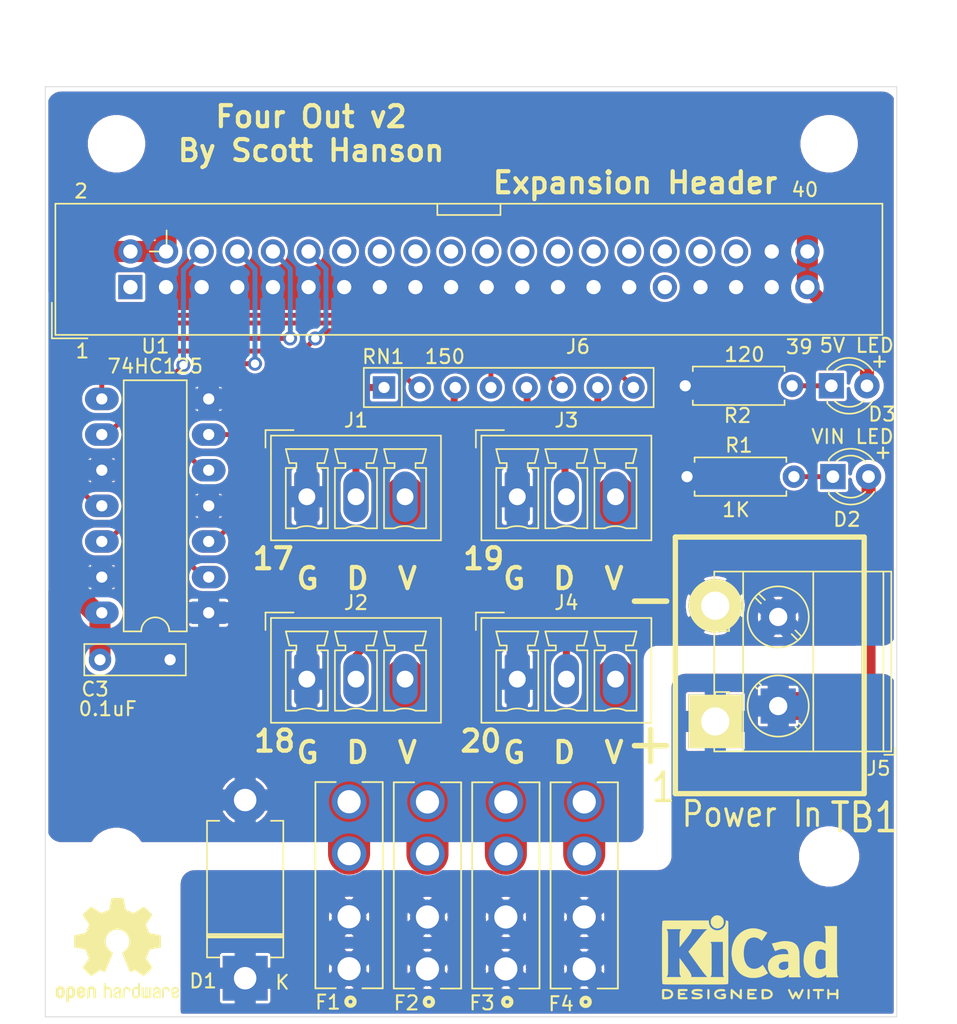
<source format=kicad_pcb>
(kicad_pcb (version 20171130) (host pcbnew "(5.1.5)-3")
  (title_block (title "Four Out") (date 2019-12-18) (rev v2) (company "Scott Hanson"))
  (layers (0 F.Cu signal) (31 B.Cu signal) (34 B.Paste user) (35 F.Paste user) (36 B.SilkS user) (37 F.SilkS user) (38 B.Mask user) (39 F.Mask user) (44 Edge.Cuts user))
  (net 0 "")
  (net 1 GND)
  (net 2 +5V)
  (net 3 "Net-(RN1-Pad4)")
  (net 4 "Net-(RN1-Pad2)")
  (net 5 "Net-(RN1-Pad8)")
  (net 6 "Net-(RN1-Pad6)")
  (net 7 VIN1)
  (net 8 OUT20)
  (net 9 OUT19)
  (net 10 OUT18)
  (net 11 OUT17)
  (net 12 "Net-(D3-Pad1)")
  (net 13 "Net-(J6-Pad36)")
  (net 14 "Net-(J6-Pad34)")
  (net 15 "Net-(J6-Pad32)")
  (net 16 "Net-(J6-Pad31)")
  (net 17 "Net-(J6-Pad30)")
  (net 18 "Net-(J6-Pad28)")
  (net 19 "Net-(J6-Pad26)")
  (net 20 "Net-(J6-Pad24)")
  (net 21 "Net-(J6-Pad22)")
  (net 22 "Net-(J6-Pad20)")
  (net 23 "Net-(J6-Pad18)")
  (net 24 "Net-(J6-Pad16)")
  (net 25 "Net-(J6-Pad14)")
  (net 26 "Net-(J6-Pad1)")
  (net 27 "Net-(D2-Pad1)")
  (net 28 "/Output 1-4/VOUT1")
  (net 29 "/Output 1-4/VOUT2")
  (net 30 "/Output 1-4/VOUT3")
  (net 31 "/Output 1-4/VOUT4")
  (net 32 "/Output 1-4/DOUT1")
  (net 33 "/Output 1-4/DOUT2")
  (net 34 "/Output 1-4/DOUT3")
  (net 35 "/Output 1-4/DOUT4")
  (module Capacitor_THT:C_Rect_L7.0mm_W2.0mm_P5.00mm (layer F.Cu) (at 71.551 128.2178)
    (fp_text reference C3 (at -0.35 2.1) (layer F.SilkS))
    (fp_text value 0.1uF (at 0.55 3.5) (layer F.SilkS))
    (pad 2 thru_hole circle (at 5 0) (size 1.6 1.6) (drill 0.8) (layers *.Cu *.Mask) (net 1 GND))
    (pad 1 thru_hole circle (at 0 0) (size 1.6 1.6) (drill 0.8) (layers *.Cu *.Mask) (net 2 +5V))
  )
  (module TerminalBlock_MetzConnect:TerminalBlock_MetzConnect_Type701_RT11L02HGLU_1x02_P6.35mm_Horizontal (layer F.Cu) (at 119.901 131.5178 90)
    (fp_text reference J5 (at -4.45 7.15 180) (layer F.SilkS))
    (fp_text value "Power In")
    (pad 2 thru_hole circle (at 6.35 0 90) (size 2.5 2.5) (drill 1.3) (layers *.Cu *.Mask) (net 1 GND))
    (pad 1 thru_hole rect (at 0 0 90) (size 2.5 2.5) (drill 1.3) (layers *.Cu *.Mask) (net 7 VIN1))
  )
  (module Symbol:KiCad-Logo2_5mm_SilkScreen (layer F.Cu) (at 117.901 149.4178)
    (fp_text reference REF** hide)
    (fp_text value KiCad-Logo2_5mm_SilkScreen hide)
  )
  (module Barrier_Blocks:BARRIER_BLOCK_1ROW_2POS (layer F.Cu) (at 119.301 128.6178 90)
    (fp_text reference TB1 (at -10.85 6.75 180) (layer F.SilkS) (effects (font (size 2.032 1.778) (thickness 0.254))))
    (fp_text value "Power In")
    (fp_text user %V (at -10.6 -1.25 180) (layer F.SilkS) (effects (font (size 1.778 1.524) (thickness 0.2159))))
    (fp_text user 1 (at -8.7 -7.6 180) (layer F.SilkS) (effects (font (size 2.032 1.778) (thickness 0.254))))
    (pad 1 thru_hole rect (at -3.99796 -3.8862 90) (size 3.81 3.81) (drill 2.0066) (layers *.Cu *.Mask F.SilkS) (net 7 VIN1))
    (pad 2 thru_hole circle (at 4.25196 -3.8862 90) (size 3.81 3.81) (drill 2.0066) (layers *.Cu *.Mask F.SilkS) (net 1 GND))
  )
  (module Package_DIP:DIP-14_W7.62mm_LongPads (layer F.Cu) (at 79.301 124.8678 180)
    (fp_text reference U1 (at 3.8 19 180) (layer F.SilkS))
    (fp_text value 74HC125 (at 3.81 17.57) (layer F.SilkS))
    (pad 14 thru_hole oval (at 7.62 0 180) (size 2.4 1.6) (drill 0.8) (layers *.Cu *.Mask) (net 2 +5V))
    (pad 7 thru_hole oval (at 0 15.24 180) (size 2.4 1.6) (drill 0.8) (layers *.Cu *.Mask) (net 1 GND))
    (pad 13 thru_hole oval (at 7.62 2.54 180) (size 2.4 1.6) (drill 0.8) (layers *.Cu *.Mask) (net 1 GND))
    (pad 6 thru_hole oval (at 0 12.7 180) (size 2.4 1.6) (drill 0.8) (layers *.Cu *.Mask) (net 3 "Net-(RN1-Pad4)"))
    (pad 12 thru_hole oval (at 7.62 5.08 180) (size 2.4 1.6) (drill 0.8) (layers *.Cu *.Mask) (net 8 OUT20))
    (pad 5 thru_hole oval (at 0 10.16 180) (size 2.4 1.6) (drill 0.8) (layers *.Cu *.Mask) (net 10 OUT18))
    (pad 11 thru_hole oval (at 7.62 7.62 180) (size 2.4 1.6) (drill 0.8) (layers *.Cu *.Mask) (net 5 "Net-(RN1-Pad8)"))
    (pad 4 thru_hole oval (at 0 7.62 180) (size 2.4 1.6) (drill 0.8) (layers *.Cu *.Mask) (net 1 GND))
    (pad 10 thru_hole oval (at 7.62 10.16 180) (size 2.4 1.6) (drill 0.8) (layers *.Cu *.Mask) (net 1 GND))
    (pad 3 thru_hole oval (at 0 5.08 180) (size 2.4 1.6) (drill 0.8) (layers *.Cu *.Mask) (net 4 "Net-(RN1-Pad2)"))
    (pad 9 thru_hole oval (at 7.62 12.7 180) (size 2.4 1.6) (drill 0.8) (layers *.Cu *.Mask) (net 9 OUT19))
    (pad 2 thru_hole oval (at 0 2.54 180) (size 2.4 1.6) (drill 0.8) (layers *.Cu *.Mask) (net 11 OUT17))
    (pad 8 thru_hole oval (at 7.62 15.24 180) (size 2.4 1.6) (drill 0.8) (layers *.Cu *.Mask) (net 6 "Net-(RN1-Pad6)"))
    (pad 1 thru_hole rect (at 0 0 180) (size 2.4 1.6) (drill 0.8) (layers *.Cu *.Mask) (net 1 GND))
  )
  (module MountingHole:MountingHole_3.7mm (layer F.Cu) (at 123.531 91.4398)
    (fp_text reference REF**)
    (fp_text value MountingHole_3.7mm)
    (pad 1 np_thru_hole circle (at 0 0) (size 3.7 3.7) (drill 3.7) (layers *.Cu *.Mask))
  )
  (module MountingHole:MountingHole_3.7mm (layer F.Cu) (at 72.731 91.4398)
    (fp_text reference REF**)
    (fp_text value MountingHole_3.7mm)
    (pad 1 np_thru_hole circle (at 0 0) (size 3.7 3.7) (drill 3.7) (layers *.Cu *.Mask))
  )
  (module MountingHole:MountingHole_3.7mm (layer F.Cu) (at 123.531 142.2398)
    (fp_text reference REF**)
    (fp_text value MountingHole_3.7mm)
    (pad 1 np_thru_hole circle (at 0 0) (size 3.7 3.7) (drill 3.7) (layers *.Cu *.Mask))
  )
  (module MountingHole:MountingHole_3.7mm (layer F.Cu) (at 72.731 142.2398)
    (fp_text reference REF**)
    (fp_text value MountingHole_3.7mm)
    (pad 1 np_thru_hole circle (at 0 0) (size 3.7 3.7) (drill 3.7) (layers *.Cu *.Mask))
  )
  (module Resistor_THT:R_Axial_DIN0207_L6.3mm_D2.5mm_P7.62mm_Horizontal (layer F.Cu) (at 113.275 108.6918)
    (fp_text reference R2 (at 3.726 2.126) (layer F.SilkS))
    (fp_text value 120 (at 4.226 -2.224) (layer F.SilkS))
    (pad 2 thru_hole oval (at 7.62 0) (size 1.6 1.6) (drill 0.8) (layers *.Cu *.Mask) (net 12 "Net-(D3-Pad1)"))
    (pad 1 thru_hole circle (at 0 0) (size 1.6 1.6) (drill 0.8) (layers *.Cu *.Mask) (net 1 GND))
  )
  (module LED_THT:LED_D3.0mm_Clear (layer F.Cu) (at 123.801 115.1678)
    (fp_text reference D2 (at 1 3.05) (layer F.SilkS))
    (fp_text value "VIN LED" (at 1.4 -2.85) (layer F.SilkS))
    (pad 2 thru_hole circle (at 2.54 0) (size 1.8 1.8) (drill 0.9) (layers *.Cu *.Mask) (net 7 VIN1))
    (pad 1 thru_hole rect (at 0 0) (size 1.8 1.8) (drill 0.9) (layers *.Cu *.Mask) (net 27 "Net-(D2-Pad1)"))
  )
  (module LED_THT:LED_D3.0mm_Clear (layer F.Cu) (at 123.689 108.6918)
    (fp_text reference D3 (at 3.612 2.026) (layer F.SilkS))
    (fp_text value "5V LED" (at 1.812 -2.874 180) (layer F.SilkS))
    (pad 2 thru_hole circle (at 2.54 0) (size 1.8 1.8) (drill 0.9) (layers *.Cu *.Mask) (net 2 +5V))
    (pad 1 thru_hole rect (at 0 0) (size 1.8 1.8) (drill 0.9) (layers *.Cu *.Mask) (net 12 "Net-(D3-Pad1)"))
  )
  (module Resistor_THT:R_Axial_DIN0207_L6.3mm_D2.5mm_P7.62mm_Horizontal (layer F.Cu) (at 113.401 115.1678)
    (fp_text reference R1 (at 3.694 -2.234) (layer F.SilkS))
    (fp_text value 1K (at 3.494 2.366) (layer F.SilkS))
    (pad 2 thru_hole oval (at 7.62 0) (size 1.6 1.6) (drill 0.8) (layers *.Cu *.Mask) (net 27 "Net-(D2-Pad1)"))
    (pad 1 thru_hole circle (at 0 0) (size 1.6 1.6) (drill 0.8) (layers *.Cu *.Mask) (net 1 GND))
  )
  (module Symbol:OSHW-Logo2_9.8x8mm_SilkScreen (layer F.Cu) (at 72.801 148.9178)
    (fp_text reference REF** hide)
    (fp_text value OSHW-Logo2_9.8x8mm_SilkScreen hide)
  )
  (module Connector_IDC:IDC-Header_2x20_P2.54mm_Vertical (layer F.Cu) (at 73.721 101.6578 90)
    (fp_text reference J6 (at -4.242 31.906 180) (layer F.SilkS))
    (fp_text value "Expansion Header" (at 7.44 35.98 180) (layer F.SilkS) (effects (font (size 1.5 1.5) (thickness 0.3))))
    (pad 40 thru_hole oval (at 2.54 48.26 90) (size 1.7272 1.7272) (drill 1.016) (layers *.Cu *.Mask) (net 2 +5V))
    (pad 39 thru_hole oval (at 0 48.26 90) (size 1.7272 1.7272) (drill 1.016) (layers *.Cu *.Mask) (net 2 +5V))
    (pad 38 thru_hole oval (at 2.54 45.72 90) (size 1.7272 1.7272) (drill 1.016) (layers *.Cu *.Mask) (net 1 GND))
    (pad 37 thru_hole oval (at 0 45.72 90) (size 1.7272 1.7272) (drill 1.016) (layers *.Cu *.Mask) (net 1 GND))
    (pad 36 thru_hole oval (at 2.54 43.18 90) (size 1.7272 1.7272) (drill 1.016) (layers *.Cu *.Mask) (net 13 "Net-(J6-Pad36)"))
    (pad 35 thru_hole oval (at 0 43.18 90) (size 1.7272 1.7272) (drill 1.016) (layers *.Cu *.Mask) (net 1 GND))
    (pad 34 thru_hole oval (at 2.54 40.64 90) (size 1.7272 1.7272) (drill 1.016) (layers *.Cu *.Mask) (net 14 "Net-(J6-Pad34)"))
    (pad 33 thru_hole oval (at 0 40.64 90) (size 1.7272 1.7272) (drill 1.016) (layers *.Cu *.Mask) (net 1 GND))
    (pad 32 thru_hole oval (at 2.54 38.1 90) (size 1.7272 1.7272) (drill 1.016) (layers *.Cu *.Mask) (net 15 "Net-(J6-Pad32)"))
    (pad 31 thru_hole oval (at 0 38.1 90) (size 1.7272 1.7272) (drill 1.016) (layers *.Cu *.Mask) (net 16 "Net-(J6-Pad31)"))
    (pad 30 thru_hole oval (at 2.54 35.56 90) (size 1.7272 1.7272) (drill 1.016) (layers *.Cu *.Mask) (net 17 "Net-(J6-Pad30)"))
    (pad 29 thru_hole oval (at 0 35.56 90) (size 1.7272 1.7272) (drill 1.016) (layers *.Cu *.Mask) (net 1 GND))
    (pad 28 thru_hole oval (at 2.54 33.02 90) (size 1.7272 1.7272) (drill 1.016) (layers *.Cu *.Mask) (net 18 "Net-(J6-Pad28)"))
    (pad 27 thru_hole oval (at 0 33.02 90) (size 1.7272 1.7272) (drill 1.016) (layers *.Cu *.Mask) (net 1 GND))
    (pad 26 thru_hole oval (at 2.54 30.48 90) (size 1.7272 1.7272) (drill 1.016) (layers *.Cu *.Mask) (net 19 "Net-(J6-Pad26)"))
    (pad 25 thru_hole oval (at 0 30.48 90) (size 1.7272 1.7272) (drill 1.016) (layers *.Cu *.Mask) (net 1 GND))
    (pad 24 thru_hole oval (at 2.54 27.94 90) (size 1.7272 1.7272) (drill 1.016) (layers *.Cu *.Mask) (net 20 "Net-(J6-Pad24)"))
    (pad 23 thru_hole oval (at 0 27.94 90) (size 1.7272 1.7272) (drill 1.016) (layers *.Cu *.Mask) (net 1 GND))
    (pad 22 thru_hole oval (at 2.54 25.4 90) (size 1.7272 1.7272) (drill 1.016) (layers *.Cu *.Mask) (net 21 "Net-(J6-Pad22)"))
    (pad 21 thru_hole oval (at 0 25.4 90) (size 1.7272 1.7272) (drill 1.016) (layers *.Cu *.Mask) (net 1 GND))
    (pad 20 thru_hole oval (at 2.54 22.86 90) (size 1.7272 1.7272) (drill 1.016) (layers *.Cu *.Mask) (net 22 "Net-(J6-Pad20)"))
    (pad 19 thru_hole oval (at 0 22.86 90) (size 1.7272 1.7272) (drill 1.016) (layers *.Cu *.Mask) (net 1 GND))
    (pad 18 thru_hole oval (at 2.54 20.32 90) (size 1.7272 1.7272) (drill 1.016) (layers *.Cu *.Mask) (net 23 "Net-(J6-Pad18)"))
    (pad 17 thru_hole oval (at 0 20.32 90) (size 1.7272 1.7272) (drill 1.016) (layers *.Cu *.Mask) (net 1 GND))
    (pad 16 thru_hole oval (at 2.54 17.78 90) (size 1.7272 1.7272) (drill 1.016) (layers *.Cu *.Mask) (net 24 "Net-(J6-Pad16)"))
    (pad 15 thru_hole oval (at 0 17.78 90) (size 1.7272 1.7272) (drill 1.016) (layers *.Cu *.Mask) (net 1 GND))
    (pad 14 thru_hole oval (at 2.54 15.24 90) (size 1.7272 1.7272) (drill 1.016) (layers *.Cu *.Mask) (net 25 "Net-(J6-Pad14)"))
    (pad 13 thru_hole oval (at 0 15.24 90) (size 1.7272 1.7272) (drill 1.016) (layers *.Cu *.Mask) (net 1 GND))
    (pad 12 thru_hole oval (at 2.54 12.7 90) (size 1.7272 1.7272) (drill 1.016) (layers *.Cu *.Mask) (net 8 OUT20))
    (pad 11 thru_hole oval (at 0 12.7 90) (size 1.7272 1.7272) (drill 1.016) (layers *.Cu *.Mask) (net 1 GND))
    (pad 10 thru_hole oval (at 2.54 10.16 90) (size 1.7272 1.7272) (drill 1.016) (layers *.Cu *.Mask) (net 9 OUT19))
    (pad 9 thru_hole oval (at 0 10.16 90) (size 1.7272 1.7272) (drill 1.016) (layers *.Cu *.Mask) (net 1 GND))
    (pad 8 thru_hole oval (at 2.54 7.62 90) (size 1.7272 1.7272) (drill 1.016) (layers *.Cu *.Mask) (net 10 OUT18))
    (pad 7 thru_hole oval (at 0 7.62 90) (size 1.7272 1.7272) (drill 1.016) (layers *.Cu *.Mask) (net 1 GND))
    (pad 6 thru_hole oval (at 2.54 5.08 90) (size 1.7272 1.7272) (drill 1.016) (layers *.Cu *.Mask) (net 11 OUT17))
    (pad 5 thru_hole oval (at 0 5.08 90) (size 1.7272 1.7272) (drill 1.016) (layers *.Cu *.Mask) (net 1 GND))
    (pad 4 thru_hole oval (at 2.54 2.54 90) (size 1.7272 1.7272) (drill 1.016) (layers *.Cu *.Mask) (net 2 +5V))
    (pad 3 thru_hole oval (at 0 2.54 90) (size 1.7272 1.7272) (drill 1.016) (layers *.Cu *.Mask) (net 1 GND))
    (pad 2 thru_hole oval (at 2.54 0 90) (size 1.7272 1.7272) (drill 1.016) (layers *.Cu *.Mask) (net 2 +5V))
    (pad 1 thru_hole rect (at 0 0 90) (size 1.7272 1.7272) (drill 1.016) (layers *.Cu *.Mask) (net 26 "Net-(J6-Pad1)"))
  )
  (module Connector_Phoenix_MC:PhoenixContact_MCV_1,5_3-G-3.5_1x03_P3.50mm_Vertical (layer F.Cu) (at 101.3 116.6)
    (fp_text reference J3 (at 3.5 -5.45) (layer F.SilkS))
    (fp_text value String3)
    (pad 3 thru_hole oval (at 7 0) (size 1.8 3.6) (drill 1.2) (layers *.Cu *.Mask) (net 30 "/Output 1-4/VOUT3"))
    (pad 2 thru_hole oval (at 3.5 0) (size 1.8 3.6) (drill 1.2) (layers *.Cu *.Mask) (net 34 "/Output 1-4/DOUT3"))
    (pad 1 thru_hole roundrect (at 0 0) (size 1.8 3.6) (drill 1.2) (layers *.Cu *.Mask) (roundrect_rratio 0.138889) (net 1 GND))
  )
  (module Keystone_Fuse:FUSE_3544-2 (layer F.Cu) (at 100.485 144.3036 90)
    (fp_text reference F3 (at -8.3804 -1.7 180) (layer F.SilkS))
    (fp_text value 3544-2)
    (pad 2_2 thru_hole circle (at 5.95 0 90) (size 2.475 2.475) (drill 1.65) (layers *.Cu *.Mask) (net 30 "/Output 1-4/VOUT3"))
    (pad 1_1 thru_hole circle (at -5.95 0 90) (size 2.475 2.475) (drill 1.65) (layers *.Cu *.Mask) (net 7 VIN1))
    (pad 2_1 thru_hole circle (at 2.25 0 90) (size 2.475 2.475) (drill 1.65) (layers *.Cu *.Mask) (net 30 "/Output 1-4/VOUT3"))
    (pad 1_2 thru_hole circle (at -2.25 0 90) (size 2.475 2.475) (drill 1.65) (layers *.Cu *.Mask) (net 7 VIN1))
  )
  (module Diode_THT:D_DO-201AD_P12.70mm_Horizontal (layer F.Cu) (at 81.901 150.9178 90)
    (fp_text reference D1 (at -0.2 -3 180) (layer F.SilkS))
    (fp_text value SB5100-T)
    (fp_text user K (at -0.3 2.6504 180) (layer F.SilkS))
    (pad 2 thru_hole oval (at 12.7 0 90) (size 3.2 3.2) (drill 1.6) (layers *.Cu *.Mask) (net 1 GND))
    (pad 1 thru_hole rect (at 0 0 90) (size 3.2 3.2) (drill 1.6) (layers *.Cu *.Mask) (net 7 VIN1))
  )
  (module Resistor_THT:R_Array_SIP8 (layer F.Cu) (at 91.801 108.8136)
    (fp_text reference RN1 (at -0.0605 -2.1958 180) (layer F.SilkS))
    (fp_text value 150 (at 4.3395 -2.1958) (layer F.SilkS))
    (pad 8 thru_hole oval (at 17.78 0) (size 1.6 1.6) (drill 0.8) (layers *.Cu *.Mask) (net 5 "Net-(RN1-Pad8)"))
    (pad 7 thru_hole oval (at 15.24 0) (size 1.6 1.6) (drill 0.8) (layers *.Cu *.Mask) (net 35 "/Output 1-4/DOUT4"))
    (pad 6 thru_hole oval (at 12.7 0) (size 1.6 1.6) (drill 0.8) (layers *.Cu *.Mask) (net 6 "Net-(RN1-Pad6)"))
    (pad 5 thru_hole oval (at 10.16 0) (size 1.6 1.6) (drill 0.8) (layers *.Cu *.Mask) (net 34 "/Output 1-4/DOUT3"))
    (pad 4 thru_hole oval (at 7.62 0) (size 1.6 1.6) (drill 0.8) (layers *.Cu *.Mask) (net 3 "Net-(RN1-Pad4)"))
    (pad 3 thru_hole oval (at 5.08 0) (size 1.6 1.6) (drill 0.8) (layers *.Cu *.Mask) (net 33 "/Output 1-4/DOUT2"))
    (pad 2 thru_hole oval (at 2.54 0) (size 1.6 1.6) (drill 0.8) (layers *.Cu *.Mask) (net 4 "Net-(RN1-Pad2)"))
    (pad 1 thru_hole rect (at 0 0) (size 1.6 1.6) (drill 0.8) (layers *.Cu *.Mask) (net 32 "/Output 1-4/DOUT1"))
  )
  (module Connector_Phoenix_MC:PhoenixContact_MCV_1,5_3-G-3.5_1x03_P3.50mm_Vertical (layer F.Cu) (at 101.3 129.6)
    (fp_text reference J4 (at 3.5 -5.45) (layer F.SilkS))
    (fp_text value String4)
    (pad 3 thru_hole oval (at 7 0) (size 1.8 3.6) (drill 1.2) (layers *.Cu *.Mask) (net 31 "/Output 1-4/VOUT4"))
    (pad 2 thru_hole oval (at 3.5 0) (size 1.8 3.6) (drill 1.2) (layers *.Cu *.Mask) (net 35 "/Output 1-4/DOUT4"))
    (pad 1 thru_hole roundrect (at 0 0) (size 1.8 3.6) (drill 1.2) (layers *.Cu *.Mask) (roundrect_rratio 0.138889) (net 1 GND))
  )
  (module Connector_Phoenix_MC:PhoenixContact_MCV_1,5_3-G-3.5_1x03_P3.50mm_Vertical (layer F.Cu) (at 86.3 129.6)
    (fp_text reference J2 (at 3.5 -5.45) (layer F.SilkS))
    (fp_text value String2)
    (pad 3 thru_hole oval (at 7 0) (size 1.8 3.6) (drill 1.2) (layers *.Cu *.Mask) (net 29 "/Output 1-4/VOUT2"))
    (pad 2 thru_hole oval (at 3.5 0) (size 1.8 3.6) (drill 1.2) (layers *.Cu *.Mask) (net 33 "/Output 1-4/DOUT2"))
    (pad 1 thru_hole roundrect (at 0 0) (size 1.8 3.6) (drill 1.2) (layers *.Cu *.Mask) (roundrect_rratio 0.138889) (net 1 GND))
  )
  (module Connector_Phoenix_MC:PhoenixContact_MCV_1,5_3-G-3.5_1x03_P3.50mm_Vertical (layer F.Cu) (at 86.3 116.6)
    (fp_text reference J1 (at 3.5 -5.45) (layer F.SilkS))
    (fp_text value String1)
    (pad 3 thru_hole oval (at 7 0) (size 1.8 3.6) (drill 1.2) (layers *.Cu *.Mask) (net 28 "/Output 1-4/VOUT1"))
    (pad 2 thru_hole oval (at 3.5 0) (size 1.8 3.6) (drill 1.2) (layers *.Cu *.Mask) (net 32 "/Output 1-4/DOUT1"))
    (pad 1 thru_hole roundrect (at 0 0) (size 1.8 3.6) (drill 1.2) (layers *.Cu *.Mask) (roundrect_rratio 0.138889) (net 1 GND))
  )
  (module Keystone_Fuse:FUSE_3544-2 (layer F.Cu) (at 106.073 144.3036 90)
    (fp_text reference F4 (at -8.4431 -1.65 180) (layer F.SilkS))
    (fp_text value 3544-2)
    (pad 2_2 thru_hole circle (at 5.95 0 90) (size 2.475 2.475) (drill 1.65) (layers *.Cu *.Mask) (net 31 "/Output 1-4/VOUT4"))
    (pad 1_1 thru_hole circle (at -5.95 0 90) (size 2.475 2.475) (drill 1.65) (layers *.Cu *.Mask) (net 7 VIN1))
    (pad 2_1 thru_hole circle (at 2.25 0 90) (size 2.475 2.475) (drill 1.65) (layers *.Cu *.Mask) (net 31 "/Output 1-4/VOUT4"))
    (pad 1_2 thru_hole circle (at -2.25 0 90) (size 2.475 2.475) (drill 1.65) (layers *.Cu *.Mask) (net 7 VIN1))
  )
  (module Keystone_Fuse:FUSE_3544-2 (layer F.Cu) (at 94.897 144.3036 90)
    (fp_text reference F2 (at -8.3812 -1.5 180) (layer F.SilkS))
    (fp_text value 3544-2)
    (pad 2_2 thru_hole circle (at 5.95 0 90) (size 2.475 2.475) (drill 1.65) (layers *.Cu *.Mask) (net 29 "/Output 1-4/VOUT2"))
    (pad 1_1 thru_hole circle (at -5.95 0 90) (size 2.475 2.475) (drill 1.65) (layers *.Cu *.Mask) (net 7 VIN1))
    (pad 2_1 thru_hole circle (at 2.25 0 90) (size 2.475 2.475) (drill 1.65) (layers *.Cu *.Mask) (net 29 "/Output 1-4/VOUT2"))
    (pad 1_2 thru_hole circle (at -2.25 0 90) (size 2.475 2.475) (drill 1.65) (layers *.Cu *.Mask) (net 7 VIN1))
  )
  (module Keystone_Fuse:FUSE_3544-2 (layer F.Cu) (at 89.309 144.2886 90)
    (fp_text reference F1 (at -8.3431 -1.5101 180) (layer F.SilkS))
    (fp_text value 3544-2)
    (pad 2_2 thru_hole circle (at 5.95 0 90) (size 2.475 2.475) (drill 1.65) (layers *.Cu *.Mask) (net 28 "/Output 1-4/VOUT1"))
    (pad 1_1 thru_hole circle (at -5.95 0 90) (size 2.475 2.475) (drill 1.65) (layers *.Cu *.Mask) (net 7 VIN1))
    (pad 2_1 thru_hole circle (at 2.25 0 90) (size 2.475 2.475) (drill 1.65) (layers *.Cu *.Mask) (net 28 "/Output 1-4/VOUT1"))
    (pad 1_2 thru_hole circle (at -2.25 0 90) (size 2.475 2.475) (drill 1.65) (layers *.Cu *.Mask) (net 7 VIN1))
  )
  (gr_line (start 76.301 99.1178) (end 75.101 99.1178) (layer F.SilkS) (width 0.12))
  (gr_line (start 76.301 99.1178) (end 76.301 97.6178) (layer F.SilkS) (width 0.12))
  (gr_text 40 (at 121.801 94.7178) (layer F.SilkS) (effects (font (size 1 1))))
  (gr_line (start 100.101 96.5178) (end 100.101 95.7178) (layer F.SilkS) (width 0.12))
  (gr_line (start 95.601 96.5178) (end 100.101 96.5178) (layer F.SilkS) (width 0.12))
  (gr_line (start 95.601 95.7178) (end 95.601 96.5178) (layer F.SilkS) (width 0.12))
  (gr_text 39 (at 121.401 105.9178) (layer F.SilkS) (effects (font (size 1 1))))
  (gr_text 2 (at 70.201 94.8178) (layer F.SilkS) (effects (font (size 1 1))))
  (gr_text 1 (at 70.301 106.2178) (layer F.SilkS) (effects (font (size 1 1))))
  (gr_text + (at 127.051 106.9678 90) (layer F.SilkS) (effects (font (size 1 1))))
  (gr_text + (at 127.301 113.4678 90) (layer F.SilkS) (effects (font (size 1 1))))
  (gr_line (start 67.651 87.3758) (end 128.357 87.3758) (layer Edge.Cuts) (width 0.05))
  (gr_text 20 (at 98.701 134.0178) (layer F.SilkS) (effects (font (size 1.5 1.5) (thickness 0.3))))
  (gr_text 19 (at 98.901 121.0178) (layer F.SilkS) (effects (font (size 1.5 1.5) (thickness 0.3))))
  (gr_text 18 (at 84.001 134.0178) (layer F.SilkS) (effects (font (size 1.5 1.5) (thickness 0.3))))
  (gr_text 17 (at 83.901 121.0178) (layer F.SilkS) (effects (font (size 1.5 1.5) (thickness 0.3))))
  (gr_text "Four Out v2\nBy Scott Hanson" (at 86.601 90.7178) (layer F.SilkS) (effects (font (size 1.5 1.5) (thickness 0.3))))
  (gr_line (start 128.357 153.6698) (end 128.357 87.3758) (layer Edge.Cuts) (width 0.05))
  (gr_text D (at 89.91 134.828) (layer F.SilkS) (effects (font (size 1.5 1.5) (thickness 0.3))))
  (gr_text G (at 86.354 134.828) (layer F.SilkS) (effects (font (size 1.5 1.5) (thickness 0.3))))
  (gr_text V (at 108.198 134.828) (layer F.SilkS) (effects (font (size 1.5 1.5) (thickness 0.3))))
  (gr_text V (at 93.466 134.828) (layer F.SilkS) (effects (font (size 1.5 1.5) (thickness 0.3))))
  (gr_text D (at 104.642 134.828) (layer F.SilkS) (effects (font (size 1.5 1.5) (thickness 0.3))))
  (gr_text G (at 101.086 134.828) (layer F.SilkS) (effects (font (size 1.5 1.5) (thickness 0.3))))
  (gr_line (start 128.357 153.6698) (end 67.651 153.6698) (layer Edge.Cuts) (width 0.05))
  (gr_text + (at 110.801 134.1178) (layer F.SilkS) (effects (font (size 3 3) (thickness 0.4))))
  (gr_text - (at 110.801 123.8178) (layer F.SilkS) (effects (font (size 3 3) (thickness 0.4))))
  (gr_text V (at 93.466 122.428) (layer F.SilkS) (effects (font (size 1.5 1.5) (thickness 0.3))))
  (gr_text G (at 86.354 122.428) (layer F.SilkS) (effects (font (size 1.5 1.5) (thickness 0.3))))
  (gr_text D (at 89.91 122.428) (layer F.SilkS) (effects (font (size 1.5 1.5) (thickness 0.3))))
  (gr_text V (at 108.198 122.428) (layer F.SilkS) (effects (font (size 1.5 1.5) (thickness 0.3))))
  (gr_text G (at 101.086 122.428) (layer F.SilkS) (effects (font (size 1.5 1.5) (thickness 0.3))))
  (gr_text D (at 104.642 122.428) (layer F.SilkS) (effects (font (size 1.5 1.5) (thickness 0.3))))
  (gr_line (start 67.651 87.3758) (end 67.651 153.6698) (layer Edge.Cuts) (width 0.05))
  (segment (start 126.229 105.9058) (end 126.229 108.6918) (width 1) (layer F.Cu) (net 2))
  (segment (start 121.981 101.6578) (end 126.229 105.9058) (width 1) (layer F.Cu) (net 2))
  (segment (start 121.981 101.6578) (end 121.981 99.1178) (width 1.5) (layer F.Cu) (net 2))
  (segment (start 121.981 97.896486) (end 119.052314 94.9678) (width 1.5) (layer F.Cu) (net 2))
  (segment (start 121.981 99.1178) (end 121.981 97.896486) (width 1.5) (layer F.Cu) (net 2))
  (segment (start 76.261 97.896486) (end 76.261 99.1178) (width 1.5) (layer F.Cu) (net 2))
  (segment (start 79.189686 94.9678) (end 76.261 97.896486) (width 1.5) (layer F.Cu) (net 2))
  (segment (start 119.052314 94.9678) (end 79.189686 94.9678) (width 1.5) (layer F.Cu) (net 2))
  (segment (start 73.721 99.1178) (end 76.261 99.1178) (width 1.5) (layer F.Cu) (net 2))
  (segment (start 71.551 124.9978) (end 71.681 124.8678) (width 1.5) (layer F.Cu) (net 2))
  (segment (start 71.551 128.2178) (end 71.551 124.9978) (width 1.5) (layer F.Cu) (net 2))
  (segment (start 71.204691 124.8678) (end 71.681 124.8678) (width 1.5) (layer F.Cu) (net 2))
  (segment (start 68.72601 122.389119) (end 71.204691 124.8678) (width 1.5) (layer F.Cu) (net 2))
  (segment (start 68.72601 102.891476) (end 68.72601 122.389119) (width 1.5) (layer F.Cu) (net 2))
  (segment (start 73.721 99.1178) (end 72.499686 99.1178) (width 1.5) (layer F.Cu) (net 2))
  (segment (start 72.499686 99.1178) (end 68.72601 102.891476) (width 1.5) (layer F.Cu) (net 2))
  (segment (start 80.851 112.1678) (end 79.301 112.1678) (width 0.35) (layer F.Cu) (net 3))
  (segment (start 82.951 112.1678) (end 80.851 112.1678) (width 0.35) (layer F.Cu) (net 3))
  (segment (start 89.401 105.7178) (end 82.951 112.1678) (width 0.35) (layer F.Cu) (net 3))
  (segment (start 97.901 105.7178) (end 89.401 105.7178) (width 0.35) (layer F.Cu) (net 3))
  (segment (start 99.421 108.8136) (end 99.421 107.2378) (width 0.35) (layer F.Cu) (net 3))
  (segment (start 99.421 107.2378) (end 97.901 105.7178) (width 0.35) (layer F.Cu) (net 3))
  (segment (start 79.701 119.7878) (end 79.301 119.7878) (width 0.35) (layer F.Cu) (net 4))
  (segment (start 94.076002 108.8136) (end 92.180202 106.9178) (width 0.35) (layer F.Cu) (net 4))
  (segment (start 94.341 108.8136) (end 94.076002 108.8136) (width 0.35) (layer F.Cu) (net 4))
  (segment (start 92.180202 106.9178) (end 89.901 106.9178) (width 0.35) (layer F.Cu) (net 4))
  (segment (start 89.901 106.9178) (end 81.901 114.9178) (width 0.35) (layer F.Cu) (net 4))
  (segment (start 81.901 114.9178) (end 81.901 117.5878) (width 0.35) (layer F.Cu) (net 4))
  (segment (start 81.901 117.5878) (end 79.701 119.7878) (width 0.35) (layer F.Cu) (net 4))
  (segment (start 70.10599 108.41281) (end 70.10599 116.07279) (width 0.35) (layer F.Cu) (net 5))
  (segment (start 70.10599 116.07279) (end 71.281 117.2478) (width 0.35) (layer F.Cu) (net 5))
  (segment (start 74.851011 103.667789) (end 70.10599 108.41281) (width 0.35) (layer F.Cu) (net 5))
  (segment (start 104.435189 103.667789) (end 74.851011 103.667789) (width 0.35) (layer F.Cu) (net 5))
  (segment (start 109.581 108.8136) (end 104.435189 103.667789) (width 0.35) (layer F.Cu) (net 5))
  (segment (start 71.281 117.2478) (end 71.681 117.2478) (width 0.35) (layer F.Cu) (net 5))
  (segment (start 103.701001 108.013601) (end 104.501 108.8136) (width 0.35) (layer F.Cu) (net 6))
  (segment (start 99.9052 104.2178) (end 103.701001 108.013601) (width 0.35) (layer F.Cu) (net 6))
  (segment (start 75.401 104.2178) (end 99.9052 104.2178) (width 0.35) (layer F.Cu) (net 6))
  (segment (start 71.681 109.6278) (end 71.681 107.9378) (width 0.35) (layer F.Cu) (net 6))
  (segment (start 71.681 107.9378) (end 75.401 104.2178) (width 0.35) (layer F.Cu) (net 6))
  (segment (start 125.301 131.5178) (end 119.901 131.5178) (width 2) (layer F.Cu) (net 7))
  (segment (start 126.341 115.1678) (end 126.341 130.4778) (width 1) (layer F.Cu) (net 7))
  (segment (start 126.341 130.4778) (end 125.301 131.5178) (width 2) (layer F.Cu) (net 7))
  (segment (start 85.3 122.6) (end 82.66 125.24) (width 2.999999) (layer F.Cu) (net 28))
  (segment (start 93.3 119.449) (end 93.3 116.6) (width 3) (layer F.Cu) (net 28))
  (segment (start 85.3 122.6) (end 90.149 122.6) (width 3) (layer F.Cu) (net 28))
  (segment (start 90.149 122.6) (end 93.3 119.449) (width 3) (layer F.Cu) (net 28))
  (segment (start 88.9218 138.3386) (end 89.309 138.3386) (width 3) (layer F.Cu) (net 28))
  (segment (start 82.66 125.24) (end 82.66 132.0768) (width 3) (layer F.Cu) (net 28))
  (segment (start 82.66 132.0768) (end 88.9218 138.3386) (width 3) (layer F.Cu) (net 28))
  (segment (start 89.309 142.0386) (end 89.309 138.3386) (width 3) (layer F.Cu) (net 28))
  (segment (start 93.3 136.7566) (end 93.3 129.6) (width 3) (layer F.Cu) (net 29))
  (segment (start 94.897 138.3536) (end 93.3 136.7566) (width 3) (layer F.Cu) (net 29))
  (segment (start 94.897 142.0536) (end 94.897 138.3536) (width 3) (layer F.Cu) (net 29))
  (segment (start 108.3 119.2262) (end 108.3 116.6) (width 3) (layer F.Cu) (net 30))
  (segment (start 104.7126 122.8136) (end 108.3 119.2262) (width 3) (layer F.Cu) (net 30))
  (segment (start 100.5126 122.8136) (end 104.7126 122.8136) (width 3) (layer F.Cu) (net 30))
  (segment (start 97.885 125.4412) (end 100.5126 122.8136) (width 3) (layer F.Cu) (net 30))
  (segment (start 100.485 138.3536) (end 97.885 135.7536) (width 3) (layer F.Cu) (net 30))
  (segment (start 97.885 135.7536) (end 97.885 125.4412) (width 3) (layer F.Cu) (net 30))
  (segment (start 100.485 142.0536) (end 100.485 138.3536) (width 3) (layer F.Cu) (net 30))
  (segment (start 106.073 134.2536) (end 106.073 138.3536) (width 3) (layer F.Cu) (net 31))
  (segment (start 108.3 129.6) (end 108.3 132.0266) (width 3) (layer F.Cu) (net 31))
  (segment (start 108.3 132.0266) (end 106.073 134.2536) (width 3) (layer F.Cu) (net 31))
  (segment (start 106.073 138.3536) (end 106.073 142.0536) (width 3) (layer F.Cu) (net 31))
  (segment (start 89.8 114.3) (end 89.8 116.6) (width 0.5) (layer F.Cu) (net 32))
  (segment (start 89.8 109.7188) (end 89.8 114.3) (width 0.5) (layer F.Cu) (net 32))
  (segment (start 91.801 108.8136) (end 90.7052 108.8136) (width 0.5) (layer F.Cu) (net 32))
  (segment (start 90.7052 108.8136) (end 89.8 109.7188) (width 0.5) (layer F.Cu) (net 32))
  (segment (start 96.801 108.8936) (end 96.881 108.8136) (width 0.5) (layer F.Cu) (net 33))
  (segment (start 96.801 110.9178) (end 96.801 108.8936) (width 0.5) (layer F.Cu) (net 33))
  (segment (start 97.301 111.4178) (end 96.801 110.9178) (width 0.5) (layer F.Cu) (net 33))
  (segment (start 97.301 120.4178) (end 97.301 111.4178) (width 0.5) (layer F.Cu) (net 33))
  (segment (start 89.8 129.6) (end 89.8 127.9188) (width 0.5) (layer F.Cu) (net 33))
  (segment (start 89.8 127.9188) (end 97.301 120.4178) (width 0.5) (layer F.Cu) (net 33))
  (segment (start 104.701 116.501) (end 104.8 116.6) (width 0.5) (layer F.Cu) (net 34))
  (segment (start 104.701 113.2178) (end 104.701 116.501) (width 0.5) (layer F.Cu) (net 34))
  (segment (start 102.001 110.5178) (end 104.701 113.2178) (width 0.5) (layer F.Cu) (net 34))
  (segment (start 101.961 108.8136) (end 102.001 108.8536) (width 0.5) (layer F.Cu) (net 34))
  (segment (start 102.001 108.8536) (end 102.001 110.5178) (width 0.5) (layer F.Cu) (net 34))
  (segment (start 104.8 128.7) (end 104.8 129.6) (width 0.35) (layer F.Cu) (net 35))
  (segment (start 104.8 127.3) (end 104.8 129.6) (width 0.5) (layer F.Cu) (net 35))
  (segment (start 104.8188 127.3) (end 104.8 127.3) (width 0.5) (layer F.Cu) (net 35))
  (segment (start 110.641488 121.477312) (end 104.8188 127.3) (width 0.5) (layer F.Cu) (net 35))
  (segment (start 110.641488 113.558288) (end 110.641488 121.477312) (width 0.5) (layer F.Cu) (net 35))
  (segment (start 107.041 108.8136) (end 107.041 109.9578) (width 0.5) (layer F.Cu) (net 35))
  (segment (start 107.041 109.9578) (end 110.641488 113.558288) (width 0.5) (layer F.Cu) (net 35))
  (via (at 86.901013 105.3178) (size 1) (drill 0.6) (layers F.Cu B.Cu) (net 8))
  (segment (start 86.421 99.1178) (end 87.659601 100.356401) (width 0.35) (layer B.Cu) (net 8))
  (segment (start 87.659601 104.559212) (end 87.401012 104.817801) (width 0.35) (layer B.Cu) (net 8))
  (segment (start 87.659601 100.356401) (end 87.659601 104.559212) (width 0.35) (layer B.Cu) (net 8))
  (segment (start 87.401012 104.817801) (end 86.901013 105.3178) (width 0.35) (layer B.Cu) (net 8))
  (segment (start 72.081 119.7878) (end 74.701 117.1678) (width 0.35) (layer F.Cu) (net 8))
  (segment (start 86.401014 105.817799) (end 86.901013 105.3178) (width 0.35) (layer F.Cu) (net 8))
  (segment (start 71.681 119.7878) (end 72.081 119.7878) (width 0.35) (layer F.Cu) (net 8))
  (segment (start 74.701 107.5178) (end 76.001 106.2178) (width 0.35) (layer F.Cu) (net 8))
  (segment (start 76.001 106.2178) (end 86.001013 106.2178) (width 0.35) (layer F.Cu) (net 8))
  (segment (start 74.701 117.1678) (end 74.701 107.5178) (width 0.35) (layer F.Cu) (net 8))
  (segment (start 86.001013 106.2178) (end 86.401014 105.817799) (width 0.35) (layer F.Cu) (net 8))
  (segment (start 84.393878 105.3178) (end 85.100984 105.3178) (width 0.35) (layer F.Cu) (net 9))
  (segment (start 71.681 112.1678) (end 72.081 112.1678) (width 0.35) (layer F.Cu) (net 9))
  (segment (start 75.601 105.3178) (end 84.393878 105.3178) (width 0.35) (layer F.Cu) (net 9))
  (segment (start 73.501 107.4178) (end 75.601 105.3178) (width 0.35) (layer F.Cu) (net 9))
  (segment (start 73.501 110.7478) (end 73.501 107.4178) (width 0.35) (layer F.Cu) (net 9))
  (segment (start 72.081 112.1678) (end 73.501 110.7478) (width 0.35) (layer F.Cu) (net 9))
  (via (at 85.100984 105.3178) (size 1) (drill 0.6) (layers F.Cu B.Cu) (net 9))
  (segment (start 85.119601 105.299183) (end 85.100984 105.3178) (width 0.35) (layer B.Cu) (net 9))
  (segment (start 83.881 99.1178) (end 85.119601 100.356401) (width 0.35) (layer B.Cu) (net 9))
  (segment (start 85.119601 100.356401) (end 85.119601 105.299183) (width 0.35) (layer B.Cu) (net 9))
  (segment (start 82.601 100.3778) (end 82.601 106.410686) (width 0.35) (layer B.Cu) (net 10))
  (segment (start 82.601 106.410686) (end 82.601 107.117792) (width 0.35) (layer B.Cu) (net 10))
  (segment (start 81.341 99.1178) (end 82.601 100.3778) (width 0.35) (layer B.Cu) (net 10))
  (via (at 82.601 107.117792) (size 1) (drill 0.6) (layers F.Cu B.Cu) (net 10))
  (segment (start 81.893894 107.117792) (end 82.601 107.117792) (width 0.35) (layer F.Cu) (net 10))
  (segment (start 79.101008 107.117792) (end 81.893894 107.117792) (width 0.35) (layer F.Cu) (net 10))
  (segment (start 77.401 108.8178) (end 79.101008 107.117792) (width 0.35) (layer F.Cu) (net 10))
  (segment (start 77.401 113.2078) (end 77.401 108.8178) (width 0.35) (layer F.Cu) (net 10))
  (segment (start 79.301 114.7078) (end 78.901 114.7078) (width 0.35) (layer F.Cu) (net 10))
  (segment (start 78.901 114.7078) (end 77.401 113.2078) (width 0.35) (layer F.Cu) (net 10))
  (via (at 77.501 107.2178) (size 1) (drill 0.6) (layers F.Cu B.Cu) (net 11))
  (segment (start 78.901 122.3278) (end 76.601001 120.027801) (width 0.35) (layer F.Cu) (net 11))
  (segment (start 77.501 106.510694) (end 77.501 107.2178) (width 0.35) (layer B.Cu) (net 11))
  (segment (start 77.501 100.4178) (end 77.501 106.510694) (width 0.35) (layer B.Cu) (net 11))
  (segment (start 76.601001 108.117799) (end 77.001001 107.717799) (width 0.35) (layer F.Cu) (net 11))
  (segment (start 78.801 99.1178) (end 77.501 100.4178) (width 0.35) (layer B.Cu) (net 11))
  (segment (start 76.601001 120.027801) (end 76.601001 108.117799) (width 0.35) (layer F.Cu) (net 11))
  (segment (start 77.001001 107.717799) (end 77.501 107.2178) (width 0.35) (layer F.Cu) (net 11))
  (segment (start 79.301 122.3278) (end 78.901 122.3278) (width 0.35) (layer F.Cu) (net 11))
  (segment (start 120.895 108.6918) (end 123.689 108.6918) (width 0.35) (layer F.Cu) (net 12))
  (segment (start 123.801 115.1678) (end 121.021 115.1678) (width 0.35) (layer F.Cu) (net 27))
  (zone (net 7) (net_name VIN1) (layer F.Cu) (connect_pads (clearance 0.2)) (min_thickness 0.254) (fill yes (arc_segments 32) (thermal_gap 0.2) (thermal_bridge_width 1.5) (smoothing fillet) (radius 1))
    (polygon (pts (xy 128.301 129.2178) (xy 112.301 129.2178) (xy 112.301 143.2178) (xy 77.301 143.2178) (xy 77.301 154.2178) (xy 128.301 154.2178)))
  )
  (zone (net 7) (net_name VIN1) (layer B.Cu) (connect_pads (clearance 0.2)) (min_thickness 0.254) (fill yes (arc_segments 32) (thermal_gap 0.2) (thermal_bridge_width 1.5) (smoothing fillet) (radius 1))
    (polygon (pts (xy 128.301 129.2178) (xy 112.301 129.2178) (xy 112.301 143.2178) (xy 77.301 143.2178) (xy 77.301 154.2178) (xy 128.301 154.2178)))
  )
  (zone (net 1) (net_name GND) (layer B.Cu) (connect_pads (clearance 0.2)) (min_thickness 0.254) (fill yes (arc_segments 32) (thermal_gap 0.2) (thermal_bridge_width 1.5) (smoothing fillet) (radius 1))
    (polygon (pts (xy 128.301 127.2178) (xy 110.301 127.2178) (xy 110.301 141.2178) (xy 67.801 141.2178) (xy 67.801 87.7178) (xy 128.301 87.7178)))
  )
  (zone (net 1) (net_name GND) (layer F.Cu) (connect_pads (clearance 0.2)) (min_thickness 0.254) (fill yes (arc_segments 32) (thermal_gap 0.2) (thermal_bridge_width 1.5) (smoothing fillet) (radius 1))
    (polygon (pts (xy 128.301 127.2178) (xy 110.301 127.2178) (xy 110.301 141.2178) (xy 67.801 141.2178) (xy 67.801 87.7178) (xy 128.301 87.7178)))
  )
)
</source>
